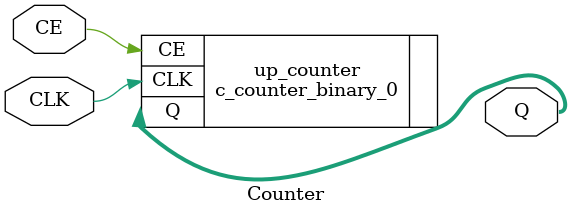
<source format=v>
`timescale 1ns / 1ps


module Counter(input CLK,CE, output [3:0]Q);
c_counter_binary_0 up_counter(
  .CLK(CLK),  // input wire CLK
  .CE(CE),    // input wire CE it is used just as a replacement of switch foer hardware we can replace it with switch
  .Q(Q)      // output wire [15 : 0] Q
);
endmodule

</source>
